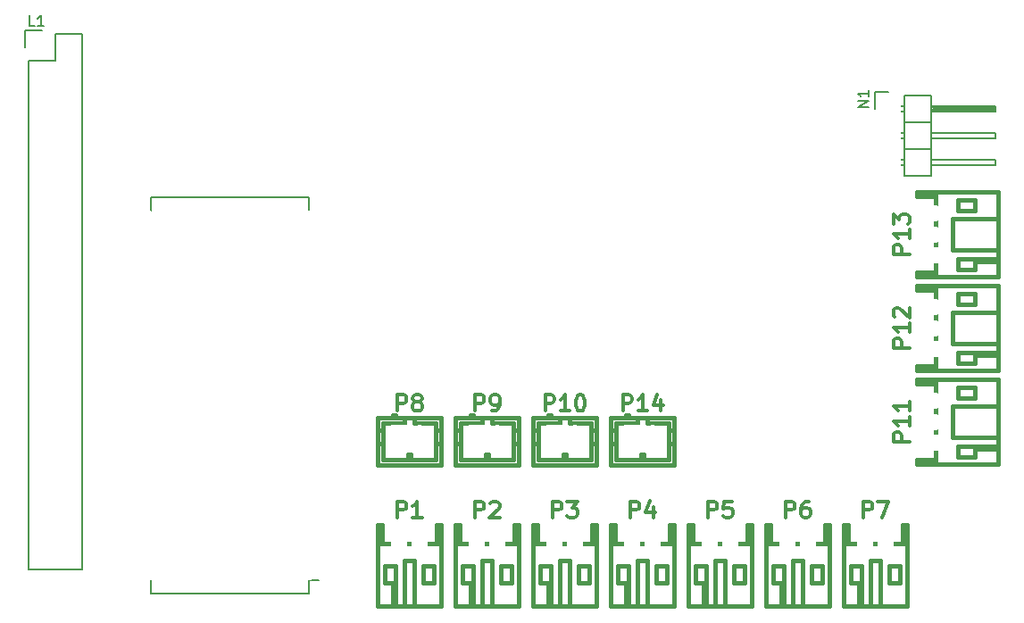
<source format=gto>
G04 #@! TF.FileFunction,Legend,Top*
%FSLAX46Y46*%
G04 Gerber Fmt 4.6, Leading zero omitted, Abs format (unit mm)*
G04 Created by KiCad (PCBNEW 4.0.1-stable) date 2016/05/21 11:41:20*
%MOMM*%
G01*
G04 APERTURE LIST*
%ADD10C,0.100000*%
%ADD11C,0.381000*%
%ADD12C,0.150000*%
%ADD13C,0.304800*%
%ADD14R,1.598880X2.099260*%
%ADD15O,1.598880X2.099260*%
%ADD16R,2.432000X2.127200*%
%ADD17O,2.432000X2.127200*%
%ADD18R,2.099260X1.598880*%
%ADD19O,2.099260X1.598880*%
%ADD20R,2.127200X2.127200*%
%ADD21O,2.127200X2.127200*%
%ADD22O,2.000000X2.000000*%
%ADD23C,5.480000*%
G04 APERTURE END LIST*
D10*
D11*
X165069520Y-104175560D02*
X165069520Y-106375200D01*
X165069520Y-106375200D02*
X164769800Y-106375200D01*
X164769800Y-106375200D02*
X164769800Y-104175560D01*
X166870380Y-102074980D02*
X166870380Y-106375200D01*
X165869620Y-102074980D02*
X165869620Y-106375200D01*
X166870380Y-102074980D02*
X165869620Y-102074980D01*
X167667940Y-104175560D02*
X167667940Y-102575360D01*
X168668700Y-104175560D02*
X167667940Y-104175560D01*
X168668700Y-102575360D02*
X168668700Y-104175560D01*
X167667940Y-102575360D02*
X168668700Y-102575360D01*
X164068760Y-102575360D02*
X165069520Y-102575360D01*
X165069520Y-102575360D02*
X165069520Y-104175560D01*
X165069520Y-104175560D02*
X164068760Y-104175560D01*
X164068760Y-104175560D02*
X164068760Y-102575360D01*
X169369740Y-100474780D02*
X163370260Y-100474780D01*
X169169080Y-98676460D02*
X169169080Y-100474780D01*
X163570920Y-98676460D02*
X163570920Y-100474780D01*
X163370260Y-106375200D02*
X169369740Y-106375200D01*
X169369740Y-106375200D02*
X169369740Y-98676460D01*
X169369740Y-98676460D02*
X168970960Y-98676460D01*
X168970960Y-98676460D02*
X168970960Y-100474780D01*
X163769040Y-100474780D02*
X163769040Y-98676460D01*
X163769040Y-98676460D02*
X163370260Y-98676460D01*
X163370260Y-98676460D02*
X163370260Y-106375200D01*
X157703520Y-104175560D02*
X157703520Y-106375200D01*
X157703520Y-106375200D02*
X157403800Y-106375200D01*
X157403800Y-106375200D02*
X157403800Y-104175560D01*
X159504380Y-102074980D02*
X159504380Y-106375200D01*
X158503620Y-102074980D02*
X158503620Y-106375200D01*
X159504380Y-102074980D02*
X158503620Y-102074980D01*
X160301940Y-104175560D02*
X160301940Y-102575360D01*
X161302700Y-104175560D02*
X160301940Y-104175560D01*
X161302700Y-102575360D02*
X161302700Y-104175560D01*
X160301940Y-102575360D02*
X161302700Y-102575360D01*
X156702760Y-102575360D02*
X157703520Y-102575360D01*
X157703520Y-102575360D02*
X157703520Y-104175560D01*
X157703520Y-104175560D02*
X156702760Y-104175560D01*
X156702760Y-104175560D02*
X156702760Y-102575360D01*
X162003740Y-100474780D02*
X156004260Y-100474780D01*
X161803080Y-98676460D02*
X161803080Y-100474780D01*
X156204920Y-98676460D02*
X156204920Y-100474780D01*
X156004260Y-106375200D02*
X162003740Y-106375200D01*
X162003740Y-106375200D02*
X162003740Y-98676460D01*
X162003740Y-98676460D02*
X161604960Y-98676460D01*
X161604960Y-98676460D02*
X161604960Y-100474780D01*
X156403040Y-100474780D02*
X156403040Y-98676460D01*
X156403040Y-98676460D02*
X156004260Y-98676460D01*
X156004260Y-98676460D02*
X156004260Y-106375200D01*
X150337520Y-104175560D02*
X150337520Y-106375200D01*
X150337520Y-106375200D02*
X150037800Y-106375200D01*
X150037800Y-106375200D02*
X150037800Y-104175560D01*
X152138380Y-102074980D02*
X152138380Y-106375200D01*
X151137620Y-102074980D02*
X151137620Y-106375200D01*
X152138380Y-102074980D02*
X151137620Y-102074980D01*
X152935940Y-104175560D02*
X152935940Y-102575360D01*
X153936700Y-104175560D02*
X152935940Y-104175560D01*
X153936700Y-102575360D02*
X153936700Y-104175560D01*
X152935940Y-102575360D02*
X153936700Y-102575360D01*
X149336760Y-102575360D02*
X150337520Y-102575360D01*
X150337520Y-102575360D02*
X150337520Y-104175560D01*
X150337520Y-104175560D02*
X149336760Y-104175560D01*
X149336760Y-104175560D02*
X149336760Y-102575360D01*
X154637740Y-100474780D02*
X148638260Y-100474780D01*
X154437080Y-98676460D02*
X154437080Y-100474780D01*
X148838920Y-98676460D02*
X148838920Y-100474780D01*
X148638260Y-106375200D02*
X154637740Y-106375200D01*
X154637740Y-106375200D02*
X154637740Y-98676460D01*
X154637740Y-98676460D02*
X154238960Y-98676460D01*
X154238960Y-98676460D02*
X154238960Y-100474780D01*
X149037040Y-100474780D02*
X149037040Y-98676460D01*
X149037040Y-98676460D02*
X148638260Y-98676460D01*
X148638260Y-98676460D02*
X148638260Y-106375200D01*
X142971520Y-104175560D02*
X142971520Y-106375200D01*
X142971520Y-106375200D02*
X142671800Y-106375200D01*
X142671800Y-106375200D02*
X142671800Y-104175560D01*
X144772380Y-102074980D02*
X144772380Y-106375200D01*
X143771620Y-102074980D02*
X143771620Y-106375200D01*
X144772380Y-102074980D02*
X143771620Y-102074980D01*
X145569940Y-104175560D02*
X145569940Y-102575360D01*
X146570700Y-104175560D02*
X145569940Y-104175560D01*
X146570700Y-102575360D02*
X146570700Y-104175560D01*
X145569940Y-102575360D02*
X146570700Y-102575360D01*
X141970760Y-102575360D02*
X142971520Y-102575360D01*
X142971520Y-102575360D02*
X142971520Y-104175560D01*
X142971520Y-104175560D02*
X141970760Y-104175560D01*
X141970760Y-104175560D02*
X141970760Y-102575360D01*
X147271740Y-100474780D02*
X141272260Y-100474780D01*
X147071080Y-98676460D02*
X147071080Y-100474780D01*
X141472920Y-98676460D02*
X141472920Y-100474780D01*
X141272260Y-106375200D02*
X147271740Y-106375200D01*
X147271740Y-106375200D02*
X147271740Y-98676460D01*
X147271740Y-98676460D02*
X146872960Y-98676460D01*
X146872960Y-98676460D02*
X146872960Y-100474780D01*
X141671040Y-100474780D02*
X141671040Y-98676460D01*
X141671040Y-98676460D02*
X141272260Y-98676460D01*
X141272260Y-98676460D02*
X141272260Y-106375200D01*
X135605520Y-104175560D02*
X135605520Y-106375200D01*
X135605520Y-106375200D02*
X135305800Y-106375200D01*
X135305800Y-106375200D02*
X135305800Y-104175560D01*
X137406380Y-102074980D02*
X137406380Y-106375200D01*
X136405620Y-102074980D02*
X136405620Y-106375200D01*
X137406380Y-102074980D02*
X136405620Y-102074980D01*
X138203940Y-104175560D02*
X138203940Y-102575360D01*
X139204700Y-104175560D02*
X138203940Y-104175560D01*
X139204700Y-102575360D02*
X139204700Y-104175560D01*
X138203940Y-102575360D02*
X139204700Y-102575360D01*
X134604760Y-102575360D02*
X135605520Y-102575360D01*
X135605520Y-102575360D02*
X135605520Y-104175560D01*
X135605520Y-104175560D02*
X134604760Y-104175560D01*
X134604760Y-104175560D02*
X134604760Y-102575360D01*
X139905740Y-100474780D02*
X133906260Y-100474780D01*
X139705080Y-98676460D02*
X139705080Y-100474780D01*
X134106920Y-98676460D02*
X134106920Y-100474780D01*
X133906260Y-106375200D02*
X139905740Y-106375200D01*
X139905740Y-106375200D02*
X139905740Y-98676460D01*
X139905740Y-98676460D02*
X139506960Y-98676460D01*
X139506960Y-98676460D02*
X139506960Y-100474780D01*
X134305040Y-100474780D02*
X134305040Y-98676460D01*
X134305040Y-98676460D02*
X133906260Y-98676460D01*
X133906260Y-98676460D02*
X133906260Y-106375200D01*
X128239520Y-104175560D02*
X128239520Y-106375200D01*
X128239520Y-106375200D02*
X127939800Y-106375200D01*
X127939800Y-106375200D02*
X127939800Y-104175560D01*
X130040380Y-102074980D02*
X130040380Y-106375200D01*
X129039620Y-102074980D02*
X129039620Y-106375200D01*
X130040380Y-102074980D02*
X129039620Y-102074980D01*
X130837940Y-104175560D02*
X130837940Y-102575360D01*
X131838700Y-104175560D02*
X130837940Y-104175560D01*
X131838700Y-102575360D02*
X131838700Y-104175560D01*
X130837940Y-102575360D02*
X131838700Y-102575360D01*
X127238760Y-102575360D02*
X128239520Y-102575360D01*
X128239520Y-102575360D02*
X128239520Y-104175560D01*
X128239520Y-104175560D02*
X127238760Y-104175560D01*
X127238760Y-104175560D02*
X127238760Y-102575360D01*
X132539740Y-100474780D02*
X126540260Y-100474780D01*
X132339080Y-98676460D02*
X132339080Y-100474780D01*
X126740920Y-98676460D02*
X126740920Y-100474780D01*
X126540260Y-106375200D02*
X132539740Y-106375200D01*
X132539740Y-106375200D02*
X132539740Y-98676460D01*
X132539740Y-98676460D02*
X132140960Y-98676460D01*
X132140960Y-98676460D02*
X132140960Y-100474780D01*
X126939040Y-100474780D02*
X126939040Y-98676460D01*
X126939040Y-98676460D02*
X126540260Y-98676460D01*
X126540260Y-98676460D02*
X126540260Y-106375200D01*
X120873520Y-104175560D02*
X120873520Y-106375200D01*
X120873520Y-106375200D02*
X120573800Y-106375200D01*
X120573800Y-106375200D02*
X120573800Y-104175560D01*
X122674380Y-102074980D02*
X122674380Y-106375200D01*
X121673620Y-102074980D02*
X121673620Y-106375200D01*
X122674380Y-102074980D02*
X121673620Y-102074980D01*
X123471940Y-104175560D02*
X123471940Y-102575360D01*
X124472700Y-104175560D02*
X123471940Y-104175560D01*
X124472700Y-102575360D02*
X124472700Y-104175560D01*
X123471940Y-102575360D02*
X124472700Y-102575360D01*
X119872760Y-102575360D02*
X120873520Y-102575360D01*
X120873520Y-102575360D02*
X120873520Y-104175560D01*
X120873520Y-104175560D02*
X119872760Y-104175560D01*
X119872760Y-104175560D02*
X119872760Y-102575360D01*
X125173740Y-100474780D02*
X119174260Y-100474780D01*
X124973080Y-98676460D02*
X124973080Y-100474780D01*
X119374920Y-98676460D02*
X119374920Y-100474780D01*
X119174260Y-106375200D02*
X125173740Y-106375200D01*
X125173740Y-106375200D02*
X125173740Y-98676460D01*
X125173740Y-98676460D02*
X124774960Y-98676460D01*
X124774960Y-98676460D02*
X124774960Y-100474780D01*
X119573040Y-100474780D02*
X119573040Y-98676460D01*
X119573040Y-98676460D02*
X119174260Y-98676460D01*
X119174260Y-98676460D02*
X119174260Y-106375200D01*
D12*
X166340000Y-57632000D02*
X166340000Y-59182000D01*
X167640000Y-57632000D02*
X166340000Y-57632000D01*
X171831000Y-59055000D02*
X177673000Y-59055000D01*
X177673000Y-59055000D02*
X177673000Y-59309000D01*
X177673000Y-59309000D02*
X171831000Y-59309000D01*
X171831000Y-59309000D02*
X171831000Y-59182000D01*
X171831000Y-59182000D02*
X177673000Y-59182000D01*
X169164000Y-58928000D02*
X168783000Y-58928000D01*
X169164000Y-59436000D02*
X168783000Y-59436000D01*
X169164000Y-61468000D02*
X168783000Y-61468000D01*
X169164000Y-61976000D02*
X168783000Y-61976000D01*
X169164000Y-64008000D02*
X168783000Y-64008000D01*
X169164000Y-64516000D02*
X168783000Y-64516000D01*
X171704000Y-60452000D02*
X171704000Y-57912000D01*
X177800000Y-59436000D02*
X171704000Y-59436000D01*
X177800000Y-58928000D02*
X177800000Y-59436000D01*
X171704000Y-58928000D02*
X177800000Y-58928000D01*
X169164000Y-60452000D02*
X171704000Y-60452000D01*
X169164000Y-57912000D02*
X169164000Y-60452000D01*
X169164000Y-57912000D02*
X171704000Y-57912000D01*
X169164000Y-62992000D02*
X171704000Y-62992000D01*
X169164000Y-62992000D02*
X169164000Y-65532000D01*
X171704000Y-64008000D02*
X177800000Y-64008000D01*
X177800000Y-64008000D02*
X177800000Y-64516000D01*
X177800000Y-64516000D02*
X171704000Y-64516000D01*
X171704000Y-65532000D02*
X171704000Y-62992000D01*
X171704000Y-62992000D02*
X171704000Y-60452000D01*
X177800000Y-61976000D02*
X171704000Y-61976000D01*
X177800000Y-61468000D02*
X177800000Y-61976000D01*
X171704000Y-61468000D02*
X177800000Y-61468000D01*
X169164000Y-62992000D02*
X171704000Y-62992000D01*
X169164000Y-60452000D02*
X169164000Y-62992000D01*
X169164000Y-60452000D02*
X171704000Y-60452000D01*
X169164000Y-65532000D02*
X171704000Y-65532000D01*
D11*
X175803560Y-91201240D02*
X178003200Y-91201240D01*
X178003200Y-91201240D02*
X178003200Y-91500960D01*
X178003200Y-91500960D02*
X175803560Y-91500960D01*
X172102780Y-92900500D02*
X172102780Y-84899500D01*
X173702980Y-90401140D02*
X173702980Y-87398860D01*
X178003200Y-92900500D02*
X178003200Y-84899500D01*
X173702980Y-87401400D02*
X178003200Y-87401400D01*
X173702980Y-90401140D02*
X178003200Y-90401140D01*
X175803560Y-86603840D02*
X174203360Y-86603840D01*
X175803560Y-85603080D02*
X175803560Y-86603840D01*
X174203360Y-85603080D02*
X175803560Y-85603080D01*
X174203360Y-86603840D02*
X174203360Y-85603080D01*
X174203360Y-92202000D02*
X174203360Y-91201240D01*
X174203360Y-91201240D02*
X175803560Y-91201240D01*
X175803560Y-91201240D02*
X175803560Y-92202000D01*
X175803560Y-92202000D02*
X174203360Y-92202000D01*
X170304460Y-85100160D02*
X172102780Y-85100160D01*
X170304460Y-92699840D02*
X172102780Y-92699840D01*
X178003200Y-84899500D02*
X170304460Y-84899500D01*
X170304460Y-84899500D02*
X170304460Y-85298280D01*
X170304460Y-85298280D02*
X172102780Y-85298280D01*
X172102780Y-92501720D02*
X170304460Y-92501720D01*
X170304460Y-92501720D02*
X170304460Y-92900500D01*
X170304460Y-92900500D02*
X178003200Y-92900500D01*
X175803560Y-82311240D02*
X178003200Y-82311240D01*
X178003200Y-82311240D02*
X178003200Y-82610960D01*
X178003200Y-82610960D02*
X175803560Y-82610960D01*
X172102780Y-84010500D02*
X172102780Y-76009500D01*
X173702980Y-81511140D02*
X173702980Y-78508860D01*
X178003200Y-84010500D02*
X178003200Y-76009500D01*
X173702980Y-78511400D02*
X178003200Y-78511400D01*
X173702980Y-81511140D02*
X178003200Y-81511140D01*
X175803560Y-77713840D02*
X174203360Y-77713840D01*
X175803560Y-76713080D02*
X175803560Y-77713840D01*
X174203360Y-76713080D02*
X175803560Y-76713080D01*
X174203360Y-77713840D02*
X174203360Y-76713080D01*
X174203360Y-83312000D02*
X174203360Y-82311240D01*
X174203360Y-82311240D02*
X175803560Y-82311240D01*
X175803560Y-82311240D02*
X175803560Y-83312000D01*
X175803560Y-83312000D02*
X174203360Y-83312000D01*
X170304460Y-76210160D02*
X172102780Y-76210160D01*
X170304460Y-83809840D02*
X172102780Y-83809840D01*
X178003200Y-76009500D02*
X170304460Y-76009500D01*
X170304460Y-76009500D02*
X170304460Y-76408280D01*
X170304460Y-76408280D02*
X172102780Y-76408280D01*
X172102780Y-83611720D02*
X170304460Y-83611720D01*
X170304460Y-83611720D02*
X170304460Y-84010500D01*
X170304460Y-84010500D02*
X178003200Y-84010500D01*
X175803560Y-73421240D02*
X178003200Y-73421240D01*
X178003200Y-73421240D02*
X178003200Y-73720960D01*
X178003200Y-73720960D02*
X175803560Y-73720960D01*
X172102780Y-75120500D02*
X172102780Y-67119500D01*
X173702980Y-72621140D02*
X173702980Y-69618860D01*
X178003200Y-75120500D02*
X178003200Y-67119500D01*
X173702980Y-69621400D02*
X178003200Y-69621400D01*
X173702980Y-72621140D02*
X178003200Y-72621140D01*
X175803560Y-68823840D02*
X174203360Y-68823840D01*
X175803560Y-67823080D02*
X175803560Y-68823840D01*
X174203360Y-67823080D02*
X175803560Y-67823080D01*
X174203360Y-68823840D02*
X174203360Y-67823080D01*
X174203360Y-74422000D02*
X174203360Y-73421240D01*
X174203360Y-73421240D02*
X175803560Y-73421240D01*
X175803560Y-73421240D02*
X175803560Y-74422000D01*
X175803560Y-74422000D02*
X174203360Y-74422000D01*
X170304460Y-67320160D02*
X172102780Y-67320160D01*
X170304460Y-74919840D02*
X172102780Y-74919840D01*
X178003200Y-67119500D02*
X170304460Y-67119500D01*
X170304460Y-67119500D02*
X170304460Y-67518280D01*
X170304460Y-67518280D02*
X172102780Y-67518280D01*
X172102780Y-74721720D02*
X170304460Y-74721720D01*
X170304460Y-74721720D02*
X170304460Y-75120500D01*
X170304460Y-75120500D02*
X178003200Y-75120500D01*
X136806940Y-92471240D02*
X136806940Y-91970860D01*
X136806940Y-91970860D02*
X137005060Y-91970860D01*
X137005060Y-91970860D02*
X137005060Y-92471240D01*
X139905740Y-89669620D02*
X139405360Y-89669620D01*
X139405360Y-90970100D02*
X139905740Y-90970100D01*
X134406640Y-90970100D02*
X133906260Y-90970100D01*
X134406640Y-89669620D02*
X133906260Y-89669620D01*
X136405620Y-88470740D02*
X136405620Y-88971120D01*
X136405620Y-88971120D02*
X134406640Y-88971120D01*
X134406640Y-88971120D02*
X134406640Y-92471240D01*
X134406640Y-92471240D02*
X139405360Y-92471240D01*
X139405360Y-92471240D02*
X139405360Y-88971120D01*
X139405360Y-88971120D02*
X137406380Y-88971120D01*
X137406380Y-88971120D02*
X137406380Y-88470740D01*
X133906260Y-88470740D02*
X133906260Y-92969080D01*
X139905740Y-88470740D02*
X139905740Y-92969080D01*
X135605520Y-88470740D02*
X135605520Y-88270080D01*
X135605520Y-88270080D02*
X135305800Y-88270080D01*
X135305800Y-88270080D02*
X135305800Y-88470740D01*
X139905740Y-88470740D02*
X133906260Y-88470740D01*
X133906260Y-92969080D02*
X139905740Y-92969080D01*
X122074940Y-92471240D02*
X122074940Y-91970860D01*
X122074940Y-91970860D02*
X122273060Y-91970860D01*
X122273060Y-91970860D02*
X122273060Y-92471240D01*
X125173740Y-89669620D02*
X124673360Y-89669620D01*
X124673360Y-90970100D02*
X125173740Y-90970100D01*
X119674640Y-90970100D02*
X119174260Y-90970100D01*
X119674640Y-89669620D02*
X119174260Y-89669620D01*
X121673620Y-88470740D02*
X121673620Y-88971120D01*
X121673620Y-88971120D02*
X119674640Y-88971120D01*
X119674640Y-88971120D02*
X119674640Y-92471240D01*
X119674640Y-92471240D02*
X124673360Y-92471240D01*
X124673360Y-92471240D02*
X124673360Y-88971120D01*
X124673360Y-88971120D02*
X122674380Y-88971120D01*
X122674380Y-88971120D02*
X122674380Y-88470740D01*
X119174260Y-88470740D02*
X119174260Y-92969080D01*
X125173740Y-88470740D02*
X125173740Y-92969080D01*
X120873520Y-88470740D02*
X120873520Y-88270080D01*
X120873520Y-88270080D02*
X120573800Y-88270080D01*
X120573800Y-88270080D02*
X120573800Y-88470740D01*
X125173740Y-88470740D02*
X119174260Y-88470740D01*
X119174260Y-92969080D02*
X125173740Y-92969080D01*
X129440940Y-92471240D02*
X129440940Y-91970860D01*
X129440940Y-91970860D02*
X129639060Y-91970860D01*
X129639060Y-91970860D02*
X129639060Y-92471240D01*
X132539740Y-89669620D02*
X132039360Y-89669620D01*
X132039360Y-90970100D02*
X132539740Y-90970100D01*
X127040640Y-90970100D02*
X126540260Y-90970100D01*
X127040640Y-89669620D02*
X126540260Y-89669620D01*
X129039620Y-88470740D02*
X129039620Y-88971120D01*
X129039620Y-88971120D02*
X127040640Y-88971120D01*
X127040640Y-88971120D02*
X127040640Y-92471240D01*
X127040640Y-92471240D02*
X132039360Y-92471240D01*
X132039360Y-92471240D02*
X132039360Y-88971120D01*
X132039360Y-88971120D02*
X130040380Y-88971120D01*
X130040380Y-88971120D02*
X130040380Y-88470740D01*
X126540260Y-88470740D02*
X126540260Y-92969080D01*
X132539740Y-88470740D02*
X132539740Y-92969080D01*
X128239520Y-88470740D02*
X128239520Y-88270080D01*
X128239520Y-88270080D02*
X127939800Y-88270080D01*
X127939800Y-88270080D02*
X127939800Y-88470740D01*
X132539740Y-88470740D02*
X126540260Y-88470740D01*
X126540260Y-92969080D02*
X132539740Y-92969080D01*
X144172940Y-92471240D02*
X144172940Y-91970860D01*
X144172940Y-91970860D02*
X144371060Y-91970860D01*
X144371060Y-91970860D02*
X144371060Y-92471240D01*
X147271740Y-89669620D02*
X146771360Y-89669620D01*
X146771360Y-90970100D02*
X147271740Y-90970100D01*
X141772640Y-90970100D02*
X141272260Y-90970100D01*
X141772640Y-89669620D02*
X141272260Y-89669620D01*
X143771620Y-88470740D02*
X143771620Y-88971120D01*
X143771620Y-88971120D02*
X141772640Y-88971120D01*
X141772640Y-88971120D02*
X141772640Y-92471240D01*
X141772640Y-92471240D02*
X146771360Y-92471240D01*
X146771360Y-92471240D02*
X146771360Y-88971120D01*
X146771360Y-88971120D02*
X144772380Y-88971120D01*
X144772380Y-88971120D02*
X144772380Y-88470740D01*
X141272260Y-88470740D02*
X141272260Y-92969080D01*
X147271740Y-88470740D02*
X147271740Y-92969080D01*
X142971520Y-88470740D02*
X142971520Y-88270080D01*
X142971520Y-88270080D02*
X142671800Y-88270080D01*
X142671800Y-88270080D02*
X142671800Y-88470740D01*
X147271740Y-88470740D02*
X141272260Y-88470740D01*
X141272260Y-92969080D02*
X147271740Y-92969080D01*
D12*
X91109800Y-102870000D02*
X91109800Y-52070000D01*
X86029800Y-54610000D02*
X86029800Y-102870000D01*
X91109800Y-102870000D02*
X86029800Y-102870000D01*
X91109800Y-52070000D02*
X88569800Y-52070000D01*
X85749800Y-53340000D02*
X85749800Y-51790000D01*
X88569800Y-52070000D02*
X88569800Y-54610000D01*
X88569800Y-54610000D02*
X86029800Y-54610000D01*
X85749800Y-51790000D02*
X87299800Y-51790000D01*
X112641000Y-105165000D02*
X112641000Y-103895000D01*
X97671000Y-105165000D02*
X97671000Y-103895000D01*
X97671000Y-67555000D02*
X97671000Y-68825000D01*
X112641000Y-67555000D02*
X112641000Y-68825000D01*
X112641000Y-105165000D02*
X97671000Y-105165000D01*
X112641000Y-67555000D02*
X97671000Y-67555000D01*
X112641000Y-103895000D02*
X113576000Y-103895000D01*
D13*
X165245143Y-97966349D02*
X165245143Y-96442349D01*
X165825715Y-96442349D01*
X165970857Y-96514920D01*
X166043429Y-96587491D01*
X166116000Y-96732634D01*
X166116000Y-96950349D01*
X166043429Y-97095491D01*
X165970857Y-97168063D01*
X165825715Y-97240634D01*
X165245143Y-97240634D01*
X166624000Y-96442349D02*
X167640000Y-96442349D01*
X166986857Y-97966349D01*
X157879143Y-97966349D02*
X157879143Y-96442349D01*
X158459715Y-96442349D01*
X158604857Y-96514920D01*
X158677429Y-96587491D01*
X158750000Y-96732634D01*
X158750000Y-96950349D01*
X158677429Y-97095491D01*
X158604857Y-97168063D01*
X158459715Y-97240634D01*
X157879143Y-97240634D01*
X160056286Y-96442349D02*
X159766000Y-96442349D01*
X159620857Y-96514920D01*
X159548286Y-96587491D01*
X159403143Y-96805206D01*
X159330572Y-97095491D01*
X159330572Y-97676063D01*
X159403143Y-97821206D01*
X159475715Y-97893777D01*
X159620857Y-97966349D01*
X159911143Y-97966349D01*
X160056286Y-97893777D01*
X160128857Y-97821206D01*
X160201429Y-97676063D01*
X160201429Y-97313206D01*
X160128857Y-97168063D01*
X160056286Y-97095491D01*
X159911143Y-97022920D01*
X159620857Y-97022920D01*
X159475715Y-97095491D01*
X159403143Y-97168063D01*
X159330572Y-97313206D01*
X150513143Y-97966349D02*
X150513143Y-96442349D01*
X151093715Y-96442349D01*
X151238857Y-96514920D01*
X151311429Y-96587491D01*
X151384000Y-96732634D01*
X151384000Y-96950349D01*
X151311429Y-97095491D01*
X151238857Y-97168063D01*
X151093715Y-97240634D01*
X150513143Y-97240634D01*
X152762857Y-96442349D02*
X152037143Y-96442349D01*
X151964572Y-97168063D01*
X152037143Y-97095491D01*
X152182286Y-97022920D01*
X152545143Y-97022920D01*
X152690286Y-97095491D01*
X152762857Y-97168063D01*
X152835429Y-97313206D01*
X152835429Y-97676063D01*
X152762857Y-97821206D01*
X152690286Y-97893777D01*
X152545143Y-97966349D01*
X152182286Y-97966349D01*
X152037143Y-97893777D01*
X151964572Y-97821206D01*
X143147143Y-97966349D02*
X143147143Y-96442349D01*
X143727715Y-96442349D01*
X143872857Y-96514920D01*
X143945429Y-96587491D01*
X144018000Y-96732634D01*
X144018000Y-96950349D01*
X143945429Y-97095491D01*
X143872857Y-97168063D01*
X143727715Y-97240634D01*
X143147143Y-97240634D01*
X145324286Y-96950349D02*
X145324286Y-97966349D01*
X144961429Y-96369777D02*
X144598572Y-97458349D01*
X145542000Y-97458349D01*
X135781143Y-97966349D02*
X135781143Y-96442349D01*
X136361715Y-96442349D01*
X136506857Y-96514920D01*
X136579429Y-96587491D01*
X136652000Y-96732634D01*
X136652000Y-96950349D01*
X136579429Y-97095491D01*
X136506857Y-97168063D01*
X136361715Y-97240634D01*
X135781143Y-97240634D01*
X137160000Y-96442349D02*
X138103429Y-96442349D01*
X137595429Y-97022920D01*
X137813143Y-97022920D01*
X137958286Y-97095491D01*
X138030857Y-97168063D01*
X138103429Y-97313206D01*
X138103429Y-97676063D01*
X138030857Y-97821206D01*
X137958286Y-97893777D01*
X137813143Y-97966349D01*
X137377715Y-97966349D01*
X137232572Y-97893777D01*
X137160000Y-97821206D01*
X128415143Y-97966349D02*
X128415143Y-96442349D01*
X128995715Y-96442349D01*
X129140857Y-96514920D01*
X129213429Y-96587491D01*
X129286000Y-96732634D01*
X129286000Y-96950349D01*
X129213429Y-97095491D01*
X129140857Y-97168063D01*
X128995715Y-97240634D01*
X128415143Y-97240634D01*
X129866572Y-96587491D02*
X129939143Y-96514920D01*
X130084286Y-96442349D01*
X130447143Y-96442349D01*
X130592286Y-96514920D01*
X130664857Y-96587491D01*
X130737429Y-96732634D01*
X130737429Y-96877777D01*
X130664857Y-97095491D01*
X129794000Y-97966349D01*
X130737429Y-97966349D01*
X121049143Y-97966349D02*
X121049143Y-96442349D01*
X121629715Y-96442349D01*
X121774857Y-96514920D01*
X121847429Y-96587491D01*
X121920000Y-96732634D01*
X121920000Y-96950349D01*
X121847429Y-97095491D01*
X121774857Y-97168063D01*
X121629715Y-97240634D01*
X121049143Y-97240634D01*
X123371429Y-97966349D02*
X122500572Y-97966349D01*
X122936000Y-97966349D02*
X122936000Y-96442349D01*
X122790857Y-96660063D01*
X122645715Y-96805206D01*
X122500572Y-96877777D01*
D12*
X165704781Y-59029505D02*
X164704781Y-59029505D01*
X165704781Y-58458076D01*
X164704781Y-58458076D01*
X165704781Y-57458076D02*
X165704781Y-58029505D01*
X165704781Y-57743791D02*
X164704781Y-57743791D01*
X164847638Y-57839029D01*
X164942876Y-57934267D01*
X164990495Y-58029505D01*
D13*
X169594349Y-90750572D02*
X168070349Y-90750572D01*
X168070349Y-90170000D01*
X168142920Y-90024858D01*
X168215491Y-89952286D01*
X168360634Y-89879715D01*
X168578349Y-89879715D01*
X168723491Y-89952286D01*
X168796063Y-90024858D01*
X168868634Y-90170000D01*
X168868634Y-90750572D01*
X169594349Y-88428286D02*
X169594349Y-89299143D01*
X169594349Y-88863715D02*
X168070349Y-88863715D01*
X168288063Y-89008858D01*
X168433206Y-89154000D01*
X168505777Y-89299143D01*
X169594349Y-86976857D02*
X169594349Y-87847714D01*
X169594349Y-87412286D02*
X168070349Y-87412286D01*
X168288063Y-87557429D01*
X168433206Y-87702571D01*
X168505777Y-87847714D01*
X169594349Y-81860572D02*
X168070349Y-81860572D01*
X168070349Y-81280000D01*
X168142920Y-81134858D01*
X168215491Y-81062286D01*
X168360634Y-80989715D01*
X168578349Y-80989715D01*
X168723491Y-81062286D01*
X168796063Y-81134858D01*
X168868634Y-81280000D01*
X168868634Y-81860572D01*
X169594349Y-79538286D02*
X169594349Y-80409143D01*
X169594349Y-79973715D02*
X168070349Y-79973715D01*
X168288063Y-80118858D01*
X168433206Y-80264000D01*
X168505777Y-80409143D01*
X168215491Y-78957714D02*
X168142920Y-78885143D01*
X168070349Y-78740000D01*
X168070349Y-78377143D01*
X168142920Y-78232000D01*
X168215491Y-78159429D01*
X168360634Y-78086857D01*
X168505777Y-78086857D01*
X168723491Y-78159429D01*
X169594349Y-79030286D01*
X169594349Y-78086857D01*
X169594349Y-72970572D02*
X168070349Y-72970572D01*
X168070349Y-72390000D01*
X168142920Y-72244858D01*
X168215491Y-72172286D01*
X168360634Y-72099715D01*
X168578349Y-72099715D01*
X168723491Y-72172286D01*
X168796063Y-72244858D01*
X168868634Y-72390000D01*
X168868634Y-72970572D01*
X169594349Y-70648286D02*
X169594349Y-71519143D01*
X169594349Y-71083715D02*
X168070349Y-71083715D01*
X168288063Y-71228858D01*
X168433206Y-71374000D01*
X168505777Y-71519143D01*
X168070349Y-70140286D02*
X168070349Y-69196857D01*
X168650920Y-69704857D01*
X168650920Y-69487143D01*
X168723491Y-69342000D01*
X168796063Y-69269429D01*
X168941206Y-69196857D01*
X169304063Y-69196857D01*
X169449206Y-69269429D01*
X169521777Y-69342000D01*
X169594349Y-69487143D01*
X169594349Y-69922571D01*
X169521777Y-70067714D01*
X169449206Y-70140286D01*
X135055428Y-87859689D02*
X135055428Y-86335689D01*
X135636000Y-86335689D01*
X135781142Y-86408260D01*
X135853714Y-86480831D01*
X135926285Y-86625974D01*
X135926285Y-86843689D01*
X135853714Y-86988831D01*
X135781142Y-87061403D01*
X135636000Y-87133974D01*
X135055428Y-87133974D01*
X137377714Y-87859689D02*
X136506857Y-87859689D01*
X136942285Y-87859689D02*
X136942285Y-86335689D01*
X136797142Y-86553403D01*
X136652000Y-86698546D01*
X136506857Y-86771117D01*
X138321143Y-86335689D02*
X138466286Y-86335689D01*
X138611429Y-86408260D01*
X138684000Y-86480831D01*
X138756571Y-86625974D01*
X138829143Y-86916260D01*
X138829143Y-87279117D01*
X138756571Y-87569403D01*
X138684000Y-87714546D01*
X138611429Y-87787117D01*
X138466286Y-87859689D01*
X138321143Y-87859689D01*
X138176000Y-87787117D01*
X138103429Y-87714546D01*
X138030857Y-87569403D01*
X137958286Y-87279117D01*
X137958286Y-86916260D01*
X138030857Y-86625974D01*
X138103429Y-86480831D01*
X138176000Y-86408260D01*
X138321143Y-86335689D01*
X121049143Y-87859689D02*
X121049143Y-86335689D01*
X121629715Y-86335689D01*
X121774857Y-86408260D01*
X121847429Y-86480831D01*
X121920000Y-86625974D01*
X121920000Y-86843689D01*
X121847429Y-86988831D01*
X121774857Y-87061403D01*
X121629715Y-87133974D01*
X121049143Y-87133974D01*
X122790857Y-86988831D02*
X122645715Y-86916260D01*
X122573143Y-86843689D01*
X122500572Y-86698546D01*
X122500572Y-86625974D01*
X122573143Y-86480831D01*
X122645715Y-86408260D01*
X122790857Y-86335689D01*
X123081143Y-86335689D01*
X123226286Y-86408260D01*
X123298857Y-86480831D01*
X123371429Y-86625974D01*
X123371429Y-86698546D01*
X123298857Y-86843689D01*
X123226286Y-86916260D01*
X123081143Y-86988831D01*
X122790857Y-86988831D01*
X122645715Y-87061403D01*
X122573143Y-87133974D01*
X122500572Y-87279117D01*
X122500572Y-87569403D01*
X122573143Y-87714546D01*
X122645715Y-87787117D01*
X122790857Y-87859689D01*
X123081143Y-87859689D01*
X123226286Y-87787117D01*
X123298857Y-87714546D01*
X123371429Y-87569403D01*
X123371429Y-87279117D01*
X123298857Y-87133974D01*
X123226286Y-87061403D01*
X123081143Y-86988831D01*
X128415143Y-87859689D02*
X128415143Y-86335689D01*
X128995715Y-86335689D01*
X129140857Y-86408260D01*
X129213429Y-86480831D01*
X129286000Y-86625974D01*
X129286000Y-86843689D01*
X129213429Y-86988831D01*
X129140857Y-87061403D01*
X128995715Y-87133974D01*
X128415143Y-87133974D01*
X130011715Y-87859689D02*
X130302000Y-87859689D01*
X130447143Y-87787117D01*
X130519715Y-87714546D01*
X130664857Y-87496831D01*
X130737429Y-87206546D01*
X130737429Y-86625974D01*
X130664857Y-86480831D01*
X130592286Y-86408260D01*
X130447143Y-86335689D01*
X130156857Y-86335689D01*
X130011715Y-86408260D01*
X129939143Y-86480831D01*
X129866572Y-86625974D01*
X129866572Y-86988831D01*
X129939143Y-87133974D01*
X130011715Y-87206546D01*
X130156857Y-87279117D01*
X130447143Y-87279117D01*
X130592286Y-87206546D01*
X130664857Y-87133974D01*
X130737429Y-86988831D01*
X142421428Y-87859689D02*
X142421428Y-86335689D01*
X143002000Y-86335689D01*
X143147142Y-86408260D01*
X143219714Y-86480831D01*
X143292285Y-86625974D01*
X143292285Y-86843689D01*
X143219714Y-86988831D01*
X143147142Y-87061403D01*
X143002000Y-87133974D01*
X142421428Y-87133974D01*
X144743714Y-87859689D02*
X143872857Y-87859689D01*
X144308285Y-87859689D02*
X144308285Y-86335689D01*
X144163142Y-86553403D01*
X144018000Y-86698546D01*
X143872857Y-86771117D01*
X146050000Y-86843689D02*
X146050000Y-87859689D01*
X145687143Y-86263117D02*
X145324286Y-87351689D01*
X146267714Y-87351689D01*
D12*
X86650534Y-51328581D02*
X86174343Y-51328581D01*
X86174343Y-50328581D01*
X87507677Y-51328581D02*
X86936248Y-51328581D01*
X87221962Y-51328581D02*
X87221962Y-50328581D01*
X87126724Y-50471438D01*
X87031486Y-50566676D01*
X86936248Y-50614295D01*
%LPC*%
D14*
X165369240Y-100076000D03*
D15*
X167370760Y-100076000D03*
D14*
X158003240Y-100076000D03*
D15*
X160004760Y-100076000D03*
D14*
X150637240Y-100076000D03*
D15*
X152638760Y-100076000D03*
D14*
X143271240Y-100076000D03*
D15*
X145272760Y-100076000D03*
D14*
X135905240Y-100076000D03*
D15*
X137906760Y-100076000D03*
D14*
X128539240Y-100076000D03*
D15*
X130540760Y-100076000D03*
D14*
X121173240Y-100076000D03*
D15*
X123174760Y-100076000D03*
D16*
X167640000Y-59182000D03*
D17*
X167640000Y-61722000D03*
X167640000Y-64262000D03*
D18*
X171704000Y-90898980D03*
D19*
X171704000Y-88900000D03*
X171704000Y-86901020D03*
D18*
X171704000Y-82008980D03*
D19*
X171704000Y-80010000D03*
X171704000Y-78011020D03*
D18*
X171704000Y-73118980D03*
D19*
X171704000Y-71120000D03*
X171704000Y-69121020D03*
D14*
X135905240Y-90170000D03*
D15*
X137906760Y-90170000D03*
D14*
X121173240Y-90170000D03*
D15*
X123174760Y-90170000D03*
D14*
X128539240Y-90170000D03*
D15*
X130540760Y-90170000D03*
D14*
X143271240Y-90170000D03*
D15*
X145272760Y-90170000D03*
D20*
X87299800Y-53340000D03*
D21*
X87299800Y-55880000D03*
X87299800Y-58420000D03*
X87299800Y-60960000D03*
X87299800Y-63500000D03*
X87299800Y-66040000D03*
X87299800Y-68580000D03*
X87299800Y-71120000D03*
X87299800Y-73660000D03*
X87299800Y-76200000D03*
X87299800Y-78740000D03*
X87299800Y-81280000D03*
X87299800Y-83820000D03*
X87299800Y-86360000D03*
X87299800Y-88900000D03*
X87299800Y-91440000D03*
X87299800Y-93980000D03*
X87299800Y-96520000D03*
X87299800Y-99060000D03*
X87299800Y-101600000D03*
X89839800Y-53340000D03*
X89839800Y-55880000D03*
X89839800Y-58420000D03*
X89839800Y-60960000D03*
X89839800Y-63500000D03*
X89839800Y-66040000D03*
X89839800Y-68580000D03*
X89839800Y-71120000D03*
X89839800Y-73660000D03*
X89839800Y-76200000D03*
X89839800Y-78740000D03*
X89839800Y-81280000D03*
X89839800Y-83820000D03*
X89839800Y-86360000D03*
X89839800Y-88900000D03*
X89839800Y-91440000D03*
X89839800Y-93980000D03*
X89839800Y-96520000D03*
X89839800Y-99060000D03*
X89839800Y-101600000D03*
D22*
X112776000Y-102870000D03*
X112776000Y-100330000D03*
X112776000Y-97790000D03*
X112776000Y-95250000D03*
X112776000Y-92710000D03*
X112776000Y-90170000D03*
X112776000Y-87630000D03*
X112776000Y-85090000D03*
X112776000Y-82550000D03*
X112776000Y-80010000D03*
X112776000Y-77470000D03*
X112776000Y-74930000D03*
X112776000Y-72390000D03*
X112776000Y-69850000D03*
X97536000Y-69850000D03*
X97536000Y-72390000D03*
X97536000Y-74930000D03*
X97536000Y-77470000D03*
X97536000Y-80010000D03*
X97536000Y-82550000D03*
X97536000Y-85090000D03*
X97536000Y-87630000D03*
X97536000Y-90170000D03*
X97536000Y-92710000D03*
X97536000Y-95250000D03*
X97536000Y-97790000D03*
X97536000Y-100330000D03*
X97536000Y-102870000D03*
D23*
X82321400Y-52070000D03*
X82321400Y-102870000D03*
X174701200Y-52070000D03*
X174701200Y-102844600D03*
M02*

</source>
